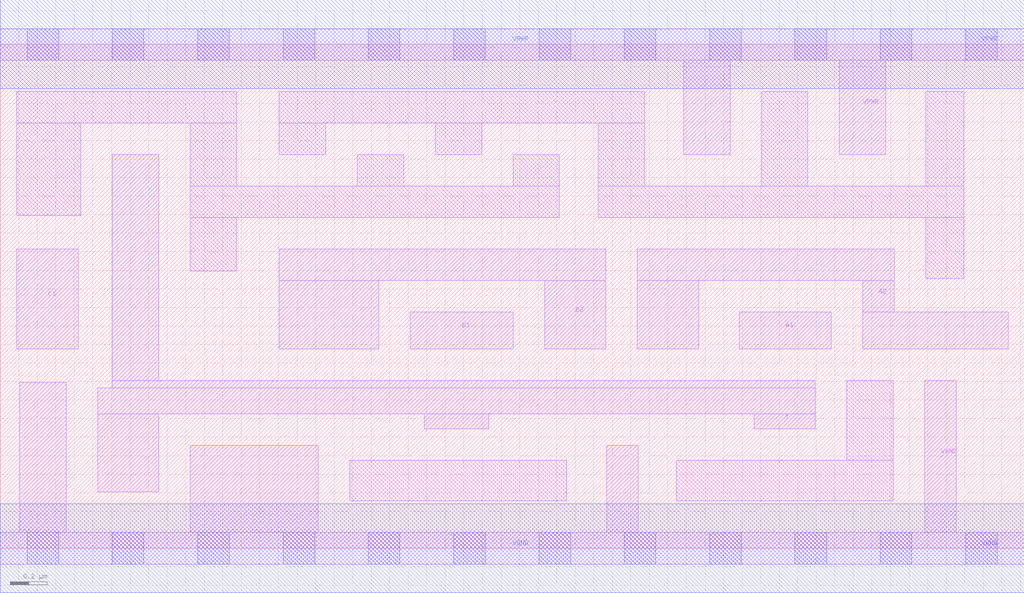
<source format=lef>
# Copyright 2020 The SkyWater PDK Authors
#
# Licensed under the Apache License, Version 2.0 (the "License");
# you may not use this file except in compliance with the License.
# You may obtain a copy of the License at
#
#     https://www.apache.org/licenses/LICENSE-2.0
#
# Unless required by applicable law or agreed to in writing, software
# distributed under the License is distributed on an "AS IS" BASIS,
# WITHOUT WARRANTIES OR CONDITIONS OF ANY KIND, either express or implied.
# See the License for the specific language governing permissions and
# limitations under the License.
#
# SPDX-License-Identifier: Apache-2.0

VERSION 5.7 ;
  NAMESCASESENSITIVE ON ;
  NOWIREEXTENSIONATPIN ON ;
  DIVIDERCHAR "/" ;
  BUSBITCHARS "[]" ;
UNITS
  DATABASE MICRONS 200 ;
END UNITS
MACRO sky130_fd_sc_hd__a221oi_2
  CLASS CORE ;
  SOURCE USER ;
  FOREIGN sky130_fd_sc_hd__a221oi_2 ;
  ORIGIN  0.000000  0.000000 ;
  SIZE  5.520000 BY  2.720000 ;
  SYMMETRY X Y R90 ;
  SITE unithd ;
  PIN A1
    ANTENNAGATEAREA  0.495000 ;
    DIRECTION INPUT ;
    USE SIGNAL ;
    PORT
      LAYER li1 ;
        RECT 3.985000 1.075000 4.480000 1.275000 ;
    END
  END A1
  PIN A2
    ANTENNAGATEAREA  0.495000 ;
    DIRECTION INPUT ;
    USE SIGNAL ;
    PORT
      LAYER li1 ;
        RECT 3.435000 1.075000 3.765000 1.445000 ;
        RECT 3.435000 1.445000 4.820000 1.615000 ;
        RECT 4.650000 1.075000 5.435000 1.275000 ;
        RECT 4.650000 1.275000 4.820000 1.445000 ;
    END
  END A2
  PIN B1
    ANTENNAGATEAREA  0.495000 ;
    DIRECTION INPUT ;
    USE SIGNAL ;
    PORT
      LAYER li1 ;
        RECT 2.210000 1.075000 2.765000 1.275000 ;
    END
  END B1
  PIN B2
    ANTENNAGATEAREA  0.495000 ;
    DIRECTION INPUT ;
    USE SIGNAL ;
    PORT
      LAYER li1 ;
        RECT 1.505000 1.075000 2.040000 1.445000 ;
        RECT 1.505000 1.445000 3.265000 1.615000 ;
        RECT 2.935000 1.075000 3.265000 1.445000 ;
    END
  END B2
  PIN C1
    ANTENNAGATEAREA  0.495000 ;
    DIRECTION INPUT ;
    USE SIGNAL ;
    PORT
      LAYER li1 ;
        RECT 0.090000 1.075000 0.420000 1.615000 ;
    END
  END C1
  PIN Y
    ANTENNADIFFAREA  0.796500 ;
    DIRECTION OUTPUT ;
    USE SIGNAL ;
    PORT
      LAYER li1 ;
        RECT 0.525000 0.305000 0.855000 0.725000 ;
        RECT 0.525000 0.725000 4.395000 0.865000 ;
        RECT 0.605000 0.865000 4.395000 0.905000 ;
        RECT 0.605000 0.905000 0.855000 2.125000 ;
        RECT 2.285000 0.645000 2.635000 0.725000 ;
        RECT 4.065000 0.645000 4.395000 0.725000 ;
    END
  END Y
  PIN VGND
    DIRECTION INOUT ;
    SHAPE ABUTMENT ;
    USE GROUND ;
    PORT
      LAYER li1 ;
        RECT 0.000000 -0.085000 5.520000 0.085000 ;
        RECT 0.105000  0.085000 0.355000 0.895000 ;
        RECT 1.025000  0.085000 1.715000 0.555000 ;
        RECT 3.270000  0.085000 3.440000 0.555000 ;
        RECT 4.985000  0.085000 5.155000 0.905000 ;
      LAYER mcon ;
        RECT 0.145000 -0.085000 0.315000 0.085000 ;
        RECT 0.605000 -0.085000 0.775000 0.085000 ;
        RECT 1.065000 -0.085000 1.235000 0.085000 ;
        RECT 1.525000 -0.085000 1.695000 0.085000 ;
        RECT 1.985000 -0.085000 2.155000 0.085000 ;
        RECT 2.445000 -0.085000 2.615000 0.085000 ;
        RECT 2.905000 -0.085000 3.075000 0.085000 ;
        RECT 3.365000 -0.085000 3.535000 0.085000 ;
        RECT 3.825000 -0.085000 3.995000 0.085000 ;
        RECT 4.285000 -0.085000 4.455000 0.085000 ;
        RECT 4.745000 -0.085000 4.915000 0.085000 ;
        RECT 5.205000 -0.085000 5.375000 0.085000 ;
      LAYER met1 ;
        RECT 0.000000 -0.240000 5.520000 0.240000 ;
    END
  END VGND
  PIN VPWR
    DIRECTION INOUT ;
    SHAPE ABUTMENT ;
    USE POWER ;
    PORT
      LAYER li1 ;
        RECT 0.000000 2.635000 5.520000 2.805000 ;
        RECT 3.685000 2.125000 3.935000 2.635000 ;
        RECT 4.525000 2.125000 4.775000 2.635000 ;
      LAYER mcon ;
        RECT 0.145000 2.635000 0.315000 2.805000 ;
        RECT 0.605000 2.635000 0.775000 2.805000 ;
        RECT 1.065000 2.635000 1.235000 2.805000 ;
        RECT 1.525000 2.635000 1.695000 2.805000 ;
        RECT 1.985000 2.635000 2.155000 2.805000 ;
        RECT 2.445000 2.635000 2.615000 2.805000 ;
        RECT 2.905000 2.635000 3.075000 2.805000 ;
        RECT 3.365000 2.635000 3.535000 2.805000 ;
        RECT 3.825000 2.635000 3.995000 2.805000 ;
        RECT 4.285000 2.635000 4.455000 2.805000 ;
        RECT 4.745000 2.635000 4.915000 2.805000 ;
        RECT 5.205000 2.635000 5.375000 2.805000 ;
      LAYER met1 ;
        RECT 0.000000 2.480000 5.520000 2.960000 ;
    END
  END VPWR
  OBS
    LAYER li1 ;
      RECT 0.090000 1.795000 0.435000 2.295000 ;
      RECT 0.090000 2.295000 1.275000 2.465000 ;
      RECT 1.025000 1.495000 1.275000 1.785000 ;
      RECT 1.025000 1.785000 3.015000 1.955000 ;
      RECT 1.025000 1.955000 1.275000 2.295000 ;
      RECT 1.505000 2.125000 1.755000 2.295000 ;
      RECT 1.505000 2.295000 3.475000 2.465000 ;
      RECT 1.885000 0.255000 3.055000 0.475000 ;
      RECT 1.925000 1.955000 2.175000 2.125000 ;
      RECT 2.345000 2.125000 2.595000 2.295000 ;
      RECT 2.765000 1.955000 3.015000 2.125000 ;
      RECT 3.225000 1.785000 5.195000 1.955000 ;
      RECT 3.225000 1.955000 3.475000 2.295000 ;
      RECT 3.645000 0.255000 4.815000 0.475000 ;
      RECT 4.105000 1.955000 4.355000 2.465000 ;
      RECT 4.565000 0.475000 4.815000 0.905000 ;
      RECT 4.990000 1.455000 5.195000 1.785000 ;
      RECT 4.990000 1.955000 5.195000 2.465000 ;
  END
END sky130_fd_sc_hd__a221oi_2

</source>
